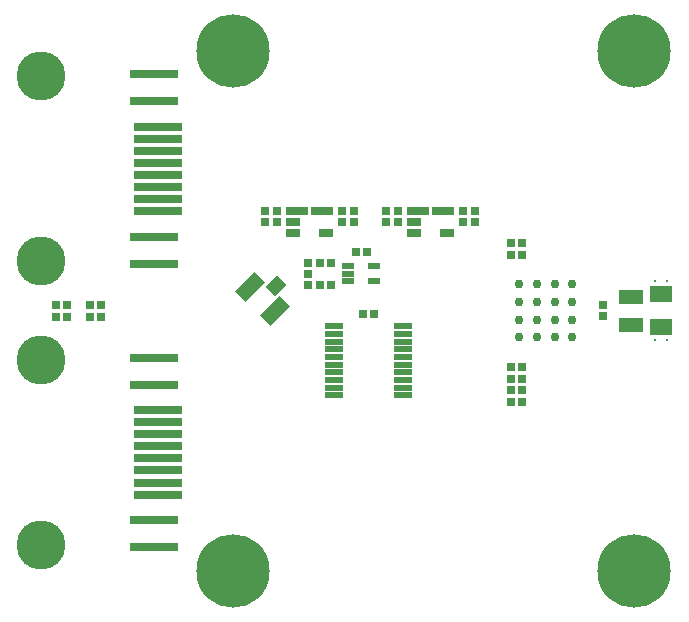
<source format=gts>
G04*
G04 #@! TF.GenerationSoftware,Altium Limited,Altium Designer,23.9.2 (47)*
G04*
G04 Layer_Color=8388736*
%FSLAX25Y25*%
%MOIN*%
G70*
G04*
G04 #@! TF.SameCoordinates,B9D28BA6-00D3-483F-BACE-1505689BD4AF*
G04*
G04*
G04 #@! TF.FilePolarity,Negative*
G04*
G01*
G75*
%ADD16R,0.03110X0.03110*%
%ADD17C,0.02953*%
%ADD18R,0.06299X0.02362*%
%ADD19R,0.15945X0.02992*%
%ADD20R,0.03937X0.02165*%
%ADD21R,0.04528X0.02953*%
%ADD22R,0.02756X0.02953*%
%ADD23R,0.03110X0.03110*%
%ADD24R,0.07677X0.05709*%
%ADD25R,0.07887X0.04737*%
G04:AMPARAMS|DCode=26|XSize=47.24mil|YSize=92.52mil|CornerRadius=0mil|HoleSize=0mil|Usage=FLASHONLY|Rotation=315.000|XOffset=0mil|YOffset=0mil|HoleType=Round|Shape=Rectangle|*
%AMROTATEDRECTD26*
4,1,4,-0.04941,-0.01601,0.01601,0.04941,0.04941,0.01601,-0.01601,-0.04941,-0.04941,-0.01601,0.0*
%
%ADD26ROTATEDRECTD26*%

G04:AMPARAMS|DCode=27|XSize=45.28mil|YSize=53.15mil|CornerRadius=0mil|HoleSize=0mil|Usage=FLASHONLY|Rotation=315.000|XOffset=0mil|YOffset=0mil|HoleType=Round|Shape=Rectangle|*
%AMROTATEDRECTD27*
4,1,4,-0.03480,-0.00278,0.00278,0.03480,0.03480,0.00278,-0.00278,-0.03480,-0.03480,-0.00278,0.0*
%
%ADD27ROTATEDRECTD27*%

%ADD28R,0.02953X0.02756*%
%ADD29C,0.16339*%
%ADD30C,0.24422*%
%ADD31C,0.00800*%
D16*
X165197Y22638D02*
D03*
X161575D02*
D03*
X165197Y18701D02*
D03*
X161575D02*
D03*
X165197Y-26575D02*
D03*
X161575D02*
D03*
X165197Y-30512D02*
D03*
X161575D02*
D03*
X165197Y-18701D02*
D03*
X161575D02*
D03*
X165197Y-22638D02*
D03*
X161575D02*
D03*
X109901Y19685D02*
D03*
X113523D02*
D03*
X115984Y-984D02*
D03*
X112362D02*
D03*
D17*
X182087Y-8858D02*
D03*
X176181D02*
D03*
X170276D02*
D03*
X164370D02*
D03*
X182087Y-2953D02*
D03*
X176181D02*
D03*
X170276D02*
D03*
X164370D02*
D03*
X182087Y2953D02*
D03*
X176181D02*
D03*
X170276D02*
D03*
X164370D02*
D03*
X182087Y8858D02*
D03*
X176181D02*
D03*
X170276D02*
D03*
X164370D02*
D03*
D18*
X102657Y-5217D02*
D03*
Y-7775D02*
D03*
Y-10335D02*
D03*
Y-12894D02*
D03*
Y-15453D02*
D03*
Y-18012D02*
D03*
Y-20571D02*
D03*
Y-23130D02*
D03*
Y-25689D02*
D03*
Y-28248D02*
D03*
X125689Y-5217D02*
D03*
Y-7775D02*
D03*
Y-10335D02*
D03*
Y-12894D02*
D03*
Y-15453D02*
D03*
Y-18012D02*
D03*
Y-20571D02*
D03*
Y-23130D02*
D03*
Y-25689D02*
D03*
Y-28248D02*
D03*
D19*
X42795Y-69764D02*
D03*
Y-24724D02*
D03*
Y-15669D02*
D03*
Y-78819D02*
D03*
X44055Y-33189D02*
D03*
Y-37205D02*
D03*
Y-41221D02*
D03*
Y-45236D02*
D03*
Y-49252D02*
D03*
Y-53268D02*
D03*
Y-57284D02*
D03*
Y-61299D02*
D03*
Y33189D02*
D03*
Y37205D02*
D03*
Y41221D02*
D03*
Y45236D02*
D03*
Y49252D02*
D03*
Y53268D02*
D03*
Y57284D02*
D03*
Y61299D02*
D03*
X42795Y15669D02*
D03*
Y78819D02*
D03*
Y69764D02*
D03*
Y24724D02*
D03*
D20*
X107382Y14862D02*
D03*
Y12303D02*
D03*
Y9744D02*
D03*
X116043D02*
D03*
Y14862D02*
D03*
D21*
X129409Y33248D02*
D03*
Y29508D02*
D03*
Y25768D02*
D03*
X140236D02*
D03*
Y33248D02*
D03*
X89035Y33228D02*
D03*
Y29488D02*
D03*
Y25748D02*
D03*
X99862D02*
D03*
Y33228D02*
D03*
D22*
X136713Y33268D02*
D03*
X132972D02*
D03*
X96358D02*
D03*
X92618D02*
D03*
X13681Y1969D02*
D03*
X9941D02*
D03*
X25098D02*
D03*
X21358D02*
D03*
Y-1969D02*
D03*
X25098D02*
D03*
X9941D02*
D03*
X13681D02*
D03*
X101772Y16043D02*
D03*
X98032D02*
D03*
X101772Y8563D02*
D03*
X98032D02*
D03*
D23*
X149606Y33307D02*
D03*
Y29685D02*
D03*
X145669Y33307D02*
D03*
Y29685D02*
D03*
X124016Y33307D02*
D03*
Y29685D02*
D03*
X120079Y33307D02*
D03*
Y29685D02*
D03*
X105315Y33307D02*
D03*
Y29685D02*
D03*
X109252Y33307D02*
D03*
Y29685D02*
D03*
X83661Y33307D02*
D03*
Y29685D02*
D03*
X79724Y33307D02*
D03*
Y29685D02*
D03*
X192421Y-1811D02*
D03*
Y1811D02*
D03*
D24*
X211614Y5512D02*
D03*
Y-5512D02*
D03*
D25*
X201772Y-4724D02*
D03*
Y4724D02*
D03*
D26*
X82846Y-169D02*
D03*
X74634Y8043D02*
D03*
D27*
X83194Y8391D02*
D03*
D28*
X93996Y12303D02*
D03*
Y16043D02*
D03*
Y12303D02*
D03*
Y8563D02*
D03*
D29*
X4961Y-16417D02*
D03*
Y-78071D02*
D03*
Y16417D02*
D03*
Y78071D02*
D03*
D30*
X68898Y86614D02*
D03*
Y-86614D02*
D03*
X202756D02*
D03*
Y86614D02*
D03*
D31*
X209646Y-9843D02*
D03*
X213583D02*
D03*
X209646Y9843D02*
D03*
X213583D02*
D03*
M02*

</source>
